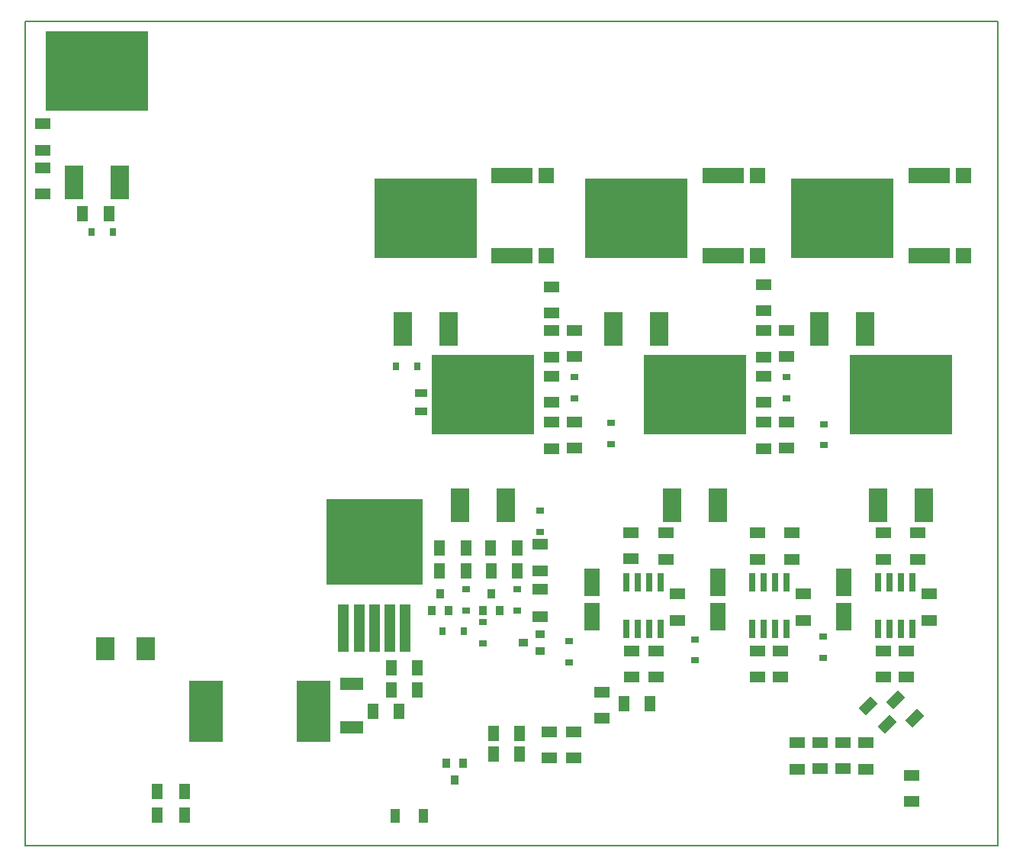
<source format=gbr>
G04 PROTEUS RS274X GERBER FILE*
%FSLAX45Y45*%
%MOMM*%
G01*
%ADD70R,4.572000X1.651000*%
%ADD71R,1.651000X1.651000*%
%ADD21R,1.143000X5.207000*%
%ADD22R,10.744200X9.550400*%
%ADD23R,3.810000X6.858000*%
%ADD24R,2.540000X1.473200*%
%ADD25R,1.143000X1.803400*%
%ADD27R,1.803400X1.143000*%
%ADD28R,0.635000X2.032000*%
%ADD29R,1.651000X3.048000*%
%ADD72R,0.889000X0.635000*%
%ADD73R,0.889000X1.016000*%
%ADD30R,1.016000X0.889000*%
%ADD31R,0.635000X0.889000*%
%ADD35R,1.447800X0.939800*%
%ADD36R,11.430000X8.890000*%
%ADD37R,2.032000X3.810000*%
%AMPPAD032*
4,1,4,
-0.233490,-1.041710,
-1.041710,-0.233490,
0.233490,1.041710,
1.041710,0.233490,
-0.233490,-1.041710,
0*%
%ADD38PPAD032*%
%ADD39R,2.032000X2.540000*%
%ADD40R,1.016000X1.524000*%
%ADD41C,0.203200*%
D70*
X+6667500Y+1016000D03*
X+6667500Y+127000D03*
D71*
X+7048500Y+127000D03*
X+7048500Y+1016000D03*
D70*
X+8953500Y+1016000D03*
X+8953500Y+127000D03*
D71*
X+9334500Y+127000D03*
X+9334500Y+1016000D03*
D70*
X+4318000Y+1016000D03*
X+4318000Y+127000D03*
D71*
X+4699000Y+127000D03*
X+4699000Y+1016000D03*
D21*
X+2453640Y-4000500D03*
X+2623820Y-4000500D03*
X+2794000Y-4000500D03*
X+2964180Y-4000500D03*
X+3134360Y-4000500D03*
D22*
X+2794000Y-3048000D03*
D23*
X+2120900Y-4927600D03*
X+927100Y-4927600D03*
D24*
X+2540000Y-5102800D03*
X+2540000Y-4622800D03*
D25*
X+387842Y-6078500D03*
X+687842Y-6078500D03*
X+3274500Y-4445000D03*
X+2984500Y-4445000D03*
D27*
X+6032500Y-2948500D03*
X+6032500Y-3238500D03*
X+5638800Y-2946400D03*
X+5638800Y-3236400D03*
D28*
X+5588000Y-4013200D03*
X+5715000Y-4013200D03*
X+5842000Y-4013200D03*
X+5969000Y-4013200D03*
X+5969000Y-3492500D03*
X+5842000Y-3492500D03*
X+5715000Y-3492500D03*
X+5588000Y-3492500D03*
X+6985000Y-4013200D03*
X+7112000Y-4013200D03*
X+7239000Y-4013200D03*
X+7366000Y-4013200D03*
X+7366000Y-3492500D03*
X+7239000Y-3492500D03*
X+7112000Y-3492500D03*
X+6985000Y-3492500D03*
X+8382000Y-4013200D03*
X+8509000Y-4013200D03*
X+8636000Y-4013200D03*
X+8763000Y-4013200D03*
X+8763000Y-3492500D03*
X+8636000Y-3492500D03*
X+8509000Y-3492500D03*
X+8382000Y-3492500D03*
D27*
X+7048500Y-2948500D03*
X+7048500Y-3238500D03*
D29*
X+5207000Y-3492500D03*
X+5207000Y-3873500D03*
X+6604000Y-3492500D03*
X+6604000Y-3873500D03*
X+8001000Y-3492500D03*
X+8001000Y-3873500D03*
D72*
X+4953000Y-4381500D03*
X+4953000Y-4146550D03*
X+6350000Y-4362450D03*
X+6350000Y-4127500D03*
X+7778750Y-4330700D03*
X+7778750Y-4095750D03*
D27*
X+6159500Y-3619500D03*
X+6159500Y-3919500D03*
X+7556500Y-3619500D03*
X+7556500Y-3919500D03*
X+8953500Y-3619500D03*
X+8953500Y-3919500D03*
X+7429500Y-2948500D03*
X+7429500Y-3238500D03*
X+8445500Y-2948500D03*
X+8445500Y-3238500D03*
X+8826500Y-2948500D03*
X+8826500Y-3238500D03*
X+5651500Y-4544500D03*
X+5651500Y-4254500D03*
X+5923000Y-4544500D03*
X+5923000Y-4254500D03*
X+7048500Y-4544500D03*
X+7048500Y-4254500D03*
X+5016500Y-698500D03*
X+5016500Y-988500D03*
X+4762500Y-218000D03*
X+4762500Y-508000D03*
X+5016500Y-1714500D03*
X+5016500Y-2004500D03*
X+4762500Y-1206500D03*
X+4762500Y-1496500D03*
X+4762500Y-698500D03*
X+4762500Y-998500D03*
X+4762500Y-1714500D03*
X+4762500Y-2014500D03*
X+7112000Y-698500D03*
X+7112000Y-998500D03*
X+7112000Y-1714500D03*
X+7112000Y-2014500D03*
X+7366000Y-698500D03*
X+7366000Y-988500D03*
X+7112000Y-190500D03*
X+7112000Y-480500D03*
X+7366000Y-1714500D03*
X+7366000Y-2004500D03*
X+7112000Y-1206500D03*
X+7112000Y-1496500D03*
D73*
X+3522980Y-3619500D03*
X+3429000Y-3810000D03*
X+3616960Y-3810000D03*
X+4094480Y-3619500D03*
X+4000500Y-3810000D03*
X+4188460Y-3810000D03*
D30*
X+4445000Y-4160520D03*
X+4635500Y-4254500D03*
X+4635500Y-4066540D03*
D72*
X+3810000Y-3575050D03*
X+3810000Y-3810000D03*
D31*
X+3549650Y-4038600D03*
X+3784600Y-4038600D03*
D72*
X+4381500Y-3575050D03*
X+4381500Y-3810000D03*
X+4000500Y-3937000D03*
X+4000500Y-4171950D03*
D25*
X+3520000Y-3365500D03*
X+3810000Y-3365500D03*
X+3520000Y-3111500D03*
X+3810000Y-3111500D03*
X+4381500Y-3365500D03*
X+4091500Y-3365500D03*
D27*
X+4635500Y-3075500D03*
X+4635500Y-3365500D03*
X+4635500Y-3873500D03*
X+4635500Y-3573500D03*
D25*
X+4381500Y-3111500D03*
X+4081500Y-3111500D03*
D27*
X+8699500Y-4544500D03*
X+8699500Y-4254500D03*
X+8245500Y-5570500D03*
X+8245500Y-5270500D03*
X+7483500Y-5570499D03*
X+7483500Y-5270500D03*
X+7302500Y-4544500D03*
X+7302500Y-4254500D03*
X+8445500Y-4544500D03*
X+8445500Y-4254500D03*
X+8753500Y-5635301D03*
X+8753500Y-5925301D03*
X+7991500Y-5270500D03*
X+7991500Y-5560500D03*
X+7737500Y-5270500D03*
X+7737500Y-5560500D03*
D35*
X+3314700Y-1395119D03*
X+3314700Y-1595119D03*
D36*
X+3365500Y+546100D03*
D37*
X+3111500Y-685800D03*
X+3619500Y-685800D03*
D36*
X+4000500Y-1409700D03*
D37*
X+3746500Y-2641600D03*
X+4254500Y-2641600D03*
D36*
X+5702300Y+546100D03*
D37*
X+5448300Y-685800D03*
X+5956300Y-685800D03*
D36*
X+6350000Y-1409700D03*
D37*
X+6096000Y-2641600D03*
X+6604000Y-2641600D03*
D36*
X+7988300Y+546100D03*
D37*
X+7734300Y-685800D03*
X+8242300Y-685800D03*
D36*
X+8636000Y-1409700D03*
D37*
X+8382000Y-2641600D03*
X+8890000Y-2641600D03*
D25*
X+3274500Y-4686300D03*
X+2984500Y-4686300D03*
X+2781300Y-4927600D03*
X+3071300Y-4927600D03*
X+385800Y-5816600D03*
X+685800Y-5816600D03*
D72*
X+4635500Y-2933700D03*
X+4635500Y-2698750D03*
D31*
X+3270250Y-1100000D03*
X+3035300Y-1100000D03*
D72*
X+5016500Y-1219200D03*
X+5016500Y-1454150D03*
X+5422900Y-1962150D03*
X+5422900Y-1727200D03*
X+7366000Y-1219200D03*
X+7366000Y-1454150D03*
X+7785100Y-1974850D03*
X+7785100Y-1739900D03*
D38*
X+8788400Y-5003800D03*
X+8583339Y-4798739D03*
X+8483600Y-5067300D03*
X+8278539Y-4862239D03*
D27*
X+4737100Y-5156200D03*
X+4737100Y-5446200D03*
X+5003800Y-5156200D03*
X+5003800Y-5446200D03*
D25*
X+5562600Y-4838700D03*
X+5852600Y-4838700D03*
D27*
X+5321300Y-5001700D03*
X+5321300Y-4711700D03*
D36*
X-288358Y+2174307D03*
D37*
X-542358Y+942407D03*
X-34358Y+942407D03*
D73*
X+3688080Y-5689600D03*
X+3782060Y-5499100D03*
X+3594100Y-5499100D03*
D25*
X-442400Y+596900D03*
X-152400Y+596900D03*
X+4116900Y-5168900D03*
X+4406900Y-5168900D03*
D27*
X-889000Y+1104900D03*
X-889000Y+814900D03*
X-889000Y+1595400D03*
X-889000Y+1295400D03*
D39*
X-187960Y-4229100D03*
X+254000Y-4229100D03*
D40*
X+3340100Y-6083300D03*
X+3025140Y-6083300D03*
D31*
X-342900Y+393700D03*
X-107950Y+393700D03*
D25*
X+4116900Y-5397500D03*
X+4406900Y-5397500D03*
D41*
X-1079500Y-6413500D02*
X+9715500Y-6413500D01*
X+9715500Y+2730500D01*
X-1079500Y+2730500D01*
X-1079500Y-6413500D01*
M02*

</source>
